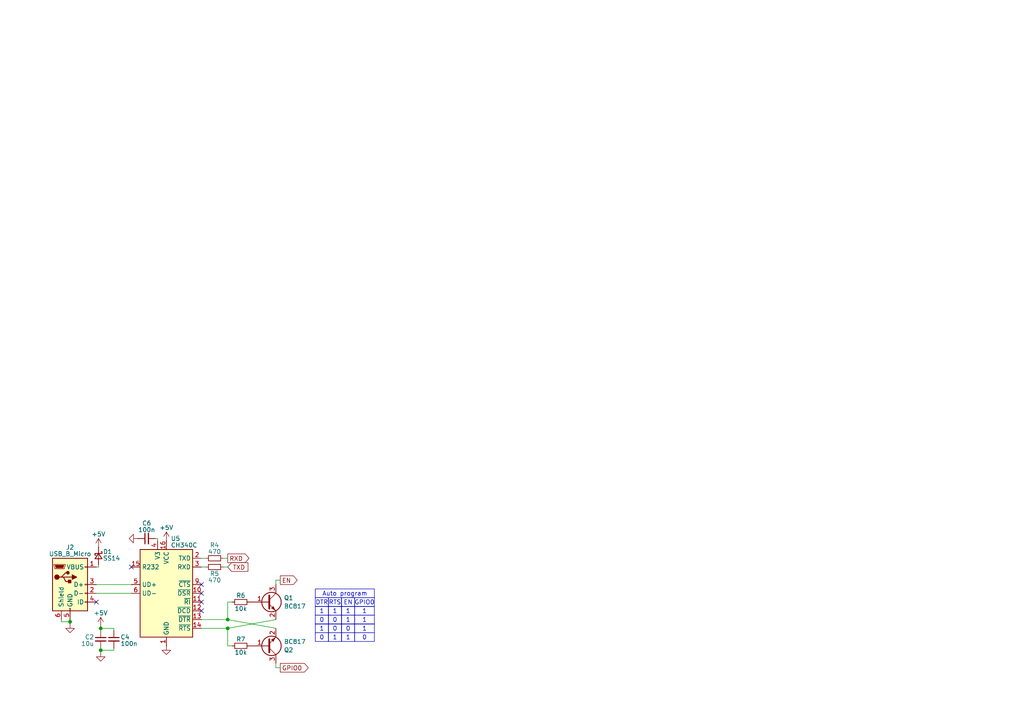
<source format=kicad_sch>
(kicad_sch (version 20250114) (generator "eeschema") (generator_version "9.0")
  (paper "A4")
  (lib_symbols
    (symbol "Connector:USB_B_Micro" (pin_names (offset 1.016))
      (property "Reference" "J" (at -5.08 11.43 0))
      (property "Value" "USB_B_Micro" (at -5.08 8.89 0))
      (symbol "USB_B_Micro_0_1"
        (rectangle (start -5.08 -7.62) (end 5.08 7.62) (stroke (width 0.254)) (fill (type background)))
        (polyline (pts (xy -4.699 5.842) (xy -4.699 5.588) (xy -4.445 4.826) (xy -4.445 4.572) (xy -1.651 4.572) (xy -1.651 4.826) (xy -1.397 5.588) (xy -1.397 5.842) (xy -4.699 5.842)))
        (polyline (pts (xy -4.318 5.588) (xy -1.778 5.588) (xy -2.032 4.826) (xy -4.064 4.826) (xy -4.318 5.588)) (fill (type outline)))
        (circle (center -3.81 2.159) (radius 0.635) (stroke (width 0.254)) (fill (type outline)))
        (polyline (pts (xy -3.175 2.159) (xy -2.54 2.159) (xy -1.27 3.429) (xy -0.635 3.429)) (stroke (width 0.254)))
        (polyline (pts (xy -2.54 2.159) (xy -1.905 2.159) (xy -1.27 0.889) (xy 0 0.889)) (stroke (width 0.254)))
        (polyline (pts (xy -1.905 2.159) (xy 0.635 2.159)) (stroke (width 0.254)))
        (circle (center -0.635 3.429) (radius 0.381) (stroke (width 0.254)) (fill (type outline)))
        (rectangle (start -0.127 -7.62) (end 0.127 -6.858))
        (rectangle (start 0.254 1.27) (end -0.508 0.508) (stroke (width 0.254)) (fill (type outline)))
        (polyline (pts (xy 0.635 2.794) (xy 0.635 1.524) (xy 1.905 2.159) (xy 0.635 2.794)) (stroke (width 0.254)) (fill (type outline)))
        (rectangle (start 5.08 4.953) (end 4.318 5.207))
        (rectangle (start 5.08 -0.127) (end 4.318 0.127))
        (rectangle (start 5.08 -2.667) (end 4.318 -2.413))
        (rectangle (start 5.08 -5.207) (end 4.318 -4.953))
      )
      (symbol "USB_B_Micro_1_1"
        (pin passive line (at -2.54 -10.16 90) (length 2.54) (name "Shield") (number "6"))
        (pin power_out line (at 0 -10.16 90) (length 2.54) (name "GND") (number "5"))
        (pin power_out line (at 7.62 5.08 180) (length 2.54) (name "VBUS") (number "1"))
        (pin bidirectional line (at 7.62 0 180) (length 2.54) (name "D+") (number "3"))
        (pin bidirectional line (at 7.62 -2.54 180) (length 2.54) (name "D-") (number "2"))
        (pin passive line (at 7.62 -5.08 180) (length 2.54) (name "ID") (number "4"))
      )
    )
    (symbol "Device:C_Small" (pin_numbers (hide yes)) (pin_names (offset 0.254) (hide yes))
      (property "Reference" "C" (at 0.254 1.778 0))
      (property "Value" "C_Small" (at 0.254 -2.032 0))
      (symbol "C_Small_0_1"
        (polyline (pts (xy -1.524 0.508) (xy 1.524 0.508)) (stroke (width 0.3048)))
        (polyline (pts (xy -1.524 -0.508) (xy 1.524 -0.508)) (stroke (width 0.3302)))
      )
      (symbol "C_Small_1_1"
        (pin passive line (at 0 2.54 270) (length 2.032) (name "~") (number "1"))
        (pin passive line (at 0 -2.54 90) (length 2.032) (name "~") (number "2"))
      )
    )
    (symbol "Device:D_Schottky_Small" (pin_numbers (hide yes)) (pin_names (offset 0.254) (hide yes))
      (property "Reference" "D" (at -1.27 2.032 0))
      (property "Value" "D_Schottky_Small" (at -7.112 -2.032 0))
      (symbol "D_Schottky_Small_0_1"
        (polyline (pts (xy -1.27 0.762) (xy -1.27 1.016) (xy -0.762 1.016) (xy -0.762 -1.016) (xy -0.254 -1.016) (xy -0.254 -0.762)) (stroke (width 0.254)))
        (polyline (pts (xy -0.762 0) (xy 0.762 0)))
        (polyline (pts (xy 0.762 -1.016) (xy -0.762 0) (xy 0.762 1.016) (xy 0.762 -1.016)) (stroke (width 0.254)))
      )
      (symbol "D_Schottky_Small_1_1"
        (pin passive line (at -2.54 0 0) (length 1.778) (name "K") (number "1"))
        (pin passive line (at 2.54 0 180) (length 1.778) (name "A") (number "2"))
      )
    )
    (symbol "Device:R_Small" (pin_numbers (hide yes)) (pin_names (offset 0.254) (hide yes))
      (property "Reference" "R" (at 0.762 0.508 0))
      (property "Value" "R_Small" (at 0.762 -1.016 0))
      (symbol "R_Small_0_1"
        (rectangle (start -0.762 1.778) (end 0.762 -1.778) (stroke (width 0.2032)))
      )
      (symbol "R_Small_1_1"
        (pin passive line (at 0 2.54 270) (length 0.762) (name "~") (number "1"))
        (pin passive line (at 0 -2.54 90) (length 0.762) (name "~") (number "2"))
      )
    )
    (symbol "Interface_USB:CH340C"
      (property "Reference" "U" (at -5.08 13.97 0))
      (property "Value" "CH340C" (at 1.27 13.97 0))
      (symbol "CH340C_0_1"
        (rectangle (start -7.62 12.7) (end 7.62 -12.7) (stroke (width 0.254)) (fill (type background)))
      )
      (symbol "CH340C_1_1"
        (pin input line (at -10.16 7.62 0) (length 2.54) (name "R232") (number "15"))
        (pin bidirectional line (at -10.16 2.54 0) (length 2.54) (name "UD+") (number "5"))
        (pin bidirectional line (at -10.16 0 0) (length 2.54) (name "UD-") (number "6"))
        (pin no_connect line (at -7.62 -7.62 0) (length 2.54) (hide yes) (name "NC") (number "7"))
        (pin no_connect line (at -7.62 -10.16 0) (length 2.54) (hide yes) (name "NC") (number "8"))
        (pin passive line (at -2.54 15.24 270) (length 2.54) (name "V3") (number "4"))
        (pin power_in line (at 0 15.24 270) (length 2.54) (name "VCC") (number "16"))
        (pin power_in line (at 0 -15.24 90) (length 2.54) (name "GND") (number "1"))
        (pin output line (at 10.16 10.16 180) (length 2.54) (name "TXD") (number "2"))
        (pin input line (at 10.16 7.62 180) (length 2.54) (name "RXD") (number "3"))
        (pin input line (at 10.16 2.54 180) (length 2.54) (name "~{CTS}") (number "9"))
        (pin input line (at 10.16 0 180) (length 2.54) (name "~{DSR}") (number "10"))
        (pin input line (at 10.16 -2.54 180) (length 2.54) (name "~{RI}") (number "11"))
        (pin input line (at 10.16 -5.08 180) (length 2.54) (name "~{DCD}") (number "12"))
        (pin output line (at 10.16 -7.62 180) (length 2.54) (name "~{DTR}") (number "13"))
        (pin output line (at 10.16 -10.16 180) (length 2.54) (name "~{RTS}") (number "14"))
      )
    )
    (symbol "Transistor_BJT:BC817" (pin_names (offset 0) (hide yes))
      (property "Reference" "Q" (at 5.08 1.905 0))
      (property "Value" "BC817" (at 5.08 0 0))
      (symbol "BC817_0_1"
        (polyline (pts (xy 0.635 1.905) (xy 0.635 -1.905) (xy 0.635 -1.905)) (stroke (width 0.508)))
        (polyline (pts (xy 0.635 0.635) (xy 2.54 2.54)))
        (polyline (pts (xy 0.635 -0.635) (xy 2.54 -2.54) (xy 2.54 -2.54)))
        (circle (center 1.27 0) (radius 2.8194) (stroke (width 0.254)))
        (polyline (pts (xy 1.27 -1.778) (xy 1.778 -1.27) (xy 2.286 -2.286) (xy 1.27 -1.778) (xy 1.27 -1.778)) (fill (type outline)))
      )
      (symbol "BC817_1_1"
        (pin input line (at -5.08 0 0) (length 5.715) (name "B") (number "1"))
        (pin passive line (at 2.54 5.08 270) (length 2.54) (name "C") (number "3"))
        (pin passive line (at 2.54 -5.08 90) (length 2.54) (name "E") (number "2"))
      )
    )
    (symbol "power:+5V" (power) (pin_numbers (hide yes)) (pin_names (offset 0) (hide yes))
      (property "Value" "+5V" (at 0 3.556 0))
      (symbol "+5V_0_1"
        (polyline (pts (xy -0.762 1.27) (xy 0 2.54)))
        (polyline (pts (xy 0 2.54) (xy 0.762 1.27)))
        (polyline (pts (xy 0 0) (xy 0 2.54)))
      )
      (symbol "+5V_1_1"
        (pin power_in line (at 0 0 90) (length 0) (name "~") (number "1"))
      )
    )
    (symbol "power:GND" (power) (pin_numbers (hide yes)) (pin_names (offset 0) (hide yes))
      (property "Value" "GND" (at 0 -3.81 0))
      (symbol "GND_0_1"
        (polyline (pts (xy 0 0) (xy 0 -1.27) (xy 1.27 -1.27) (xy 0 -2.54) (xy -1.27 -1.27) (xy 0 -1.27)))
      )
      (symbol "GND_1_1"
        (pin power_in line (at 0 0 270) (length 0) (name "~") (number "1"))
      )
    )
  )
  (text_box "0" (at 99.06 180.975 0) (size 3.81 2.54) (margins 0.9525 0.9525 0.9525 0.9525) (effects (font (size 1.27 1.27))))
  (text_box "EN" (at 99.06 173.355 0) (size 3.81 2.54) (margins 0.9525 0.9525 0.9525 0.9525) (effects (font (size 1.27 1.27))))
  (text_box "1" (at 99.06 175.895 0) (size 3.81 2.54) (margins 0.9525 0.9525 0.9525 0.9525) (effects (font (size 1.27 1.27))))
  (text_box "Auto program" (at 91.44 170.815 0) (size 17.145 2.54) (margins 0.9525 0.9525 0.9525 0.9525) (effects (font (size 1.27 1.27))))
  (text_box "1" (at 102.87 178.435 0) (size 5.715 2.54) (margins 0.9525 0.9525 0.9525 0.9525) (effects (font (size 1.27 1.27))))
  (text_box "0" (at 91.44 178.435 0) (size 3.81 2.54) (margins 0.9525 0.9525 0.9525 0.9525) (effects (font (size 1.27 1.27))))
  (text_box "DTR" (at 91.44 173.355 0) (size 3.81 2.54) (margins 0.9525 0.9525 0.9525 0.9525) (effects (font (size 1.27 1.27))))
  (text_box "0" (at 95.25 180.975 0) (size 3.81 2.54) (margins 0.9525 0.9525 0.9525 0.9525) (effects (font (size 1.27 1.27))))
  (text_box "GPIO0" (at 102.87 173.355 0) (size 5.715 2.54) (margins 0.9525 0.9525 0.9525 0.9525) (effects (font (size 1.27 1.27))))
  (text_box "0" (at 102.87 183.515 0) (size 5.715 2.54) (margins 0.9525 0.9525 0.9525 0.9525) (effects (font (size 1.27 1.27))))
  (text_box "1" (at 95.25 183.515 0) (size 3.81 2.54) (margins 0.9525 0.9525 0.9525 0.9525) (effects (font (size 1.27 1.27))))
  (text_box "1" (at 99.06 183.515 0) (size 3.81 2.54) (margins 0.9525 0.9525 0.9525 0.9525) (effects (font (size 1.27 1.27))))
  (text_box "1" (at 95.25 175.895 0) (size 3.81 2.54) (margins 0.9525 0.9525 0.9525 0.9525) (effects (font (size 1.27 1.27))))
  (text_box "1" (at 99.06 178.435 0) (size 3.81 2.54) (margins 0.9525 0.9525 0.9525 0.9525) (effects (font (size 1.27 1.27))))
  (text_box "1" (at 102.87 180.975 0) (size 5.715 2.54) (margins 0.9525 0.9525 0.9525 0.9525) (effects (font (size 1.27 1.27))))
  (text_box "1" (at 91.44 175.895 0) (size 3.81 2.54) (margins 0.9525 0.9525 0.9525 0.9525) (effects (font (size 1.27 1.27))))
  (text_box "0" (at 95.25 178.435 0) (size 3.81 2.54) (margins 0.9525 0.9525 0.9525 0.9525) (effects (font (size 1.27 1.27))))
  (text_box "1" (at 91.44 180.975 0) (size 3.81 2.54) (margins 0.9525 0.9525 0.9525 0.9525) (effects (font (size 1.27 1.27))))
  (text_box "RTS" (at 95.25 173.355 0) (size 3.81 2.54) (margins 0.9525 0.9525 0.9525 0.9525) (effects (font (size 1.27 1.27))))
  (text_box "0" (at 91.44 183.515 0) (size 3.81 2.54) (margins 0.9525 0.9525 0.9525 0.9525) (effects (font (size 1.27 1.27))))
  (text_box "1" (at 102.87 175.895 0) (size 5.715 2.54) (margins 0.9525 0.9525 0.9525 0.9525) (effects (font (size 1.27 1.27))))
  (junction (at 29.21 182.245))
  (junction (at 66.04 182.245))
  (junction (at 66.04 179.705))
  (junction (at 20.32 180.34))
  (junction (at 29.21 188.595))
  (no_connect (at 38.1 164.465))
  (no_connect (at 58.42 172.085))
  (no_connect (at 58.42 169.545))
  (no_connect (at 58.42 174.625))
  (no_connect (at 27.94 174.625))
  (no_connect (at 58.42 177.165))
  (wire (pts (xy 58.42 161.925) (xy 59.69 161.925)))
  (wire (pts (xy 29.21 189.23) (xy 29.21 188.595)))
  (wire (pts (xy 80.01 179.705) (xy 66.04 182.245)))
  (wire (pts (xy 66.04 174.625) (xy 67.31 174.625)))
  (wire (pts (xy 66.04 187.325) (xy 67.31 187.325)))
  (wire (pts (xy 45.72 156.845) (xy 45.72 156.21)))
  (wire (pts (xy 58.42 182.245) (xy 66.04 182.245)))
  (wire (pts (xy 27.94 164.465) (xy 28.575 164.465)))
  (wire (pts (xy 27.94 172.085) (xy 38.1 172.085)))
  (wire (pts (xy 17.78 179.705) (xy 17.78 180.34)))
  (wire (pts (xy 45.72 156.21) (xy 45.085 156.21)))
  (wire (pts (xy 17.78 180.34) (xy 20.32 180.34)))
  (wire (pts (xy 80.01 193.675) (xy 80.01 192.405)))
  (wire (pts (xy 80.01 168.275) (xy 80.01 169.545)))
  (wire (pts (xy 58.42 179.705) (xy 66.04 179.705)))
  (wire (pts (xy 33.02 188.595) (xy 29.21 188.595)))
  (wire (pts (xy 66.04 182.245) (xy 66.04 187.325)))
  (wire (pts (xy 20.32 180.34) (xy 20.32 180.975)))
  (wire (pts (xy 58.42 164.465) (xy 59.69 164.465)))
  (wire (pts (xy 29.21 182.245) (xy 29.21 182.88)))
  (wire (pts (xy 81.28 193.675) (xy 80.01 193.675)))
  (wire (pts (xy 29.21 188.595) (xy 29.21 187.96)))
  (wire (pts (xy 33.02 187.96) (xy 33.02 188.595)))
  (wire (pts (xy 33.02 182.245) (xy 29.21 182.245)))
  (wire (pts (xy 66.04 161.925) (xy 64.77 161.925)))
  (wire (pts (xy 27.94 169.545) (xy 38.1 169.545)))
  (wire (pts (xy 33.02 182.88) (xy 33.02 182.245)))
  (wire (pts (xy 29.21 181.61) (xy 29.21 182.245)))
  (wire (pts (xy 66.04 164.465) (xy 64.77 164.465)))
  (wire (pts (xy 20.32 179.705) (xy 20.32 180.34)))
  (wire (pts (xy 80.01 182.245) (xy 66.04 179.705)))
  (wire (pts (xy 81.28 168.275) (xy 80.01 168.275)))
  (wire (pts (xy 66.04 179.705) (xy 66.04 174.625)))
  (wire (pts (xy 28.575 164.465) (xy 28.575 163.83)))
  (global_label "RXD" (shape output) (at 66.04 161.925 0) (property "Intersheetrefs" "${INTERSHEET_REFS}" (effects (hide yes))))
  (global_label "EN" (shape output) (at 81.28 168.275 0) (property "Intersheetrefs" "${INTERSHEET_REFS}" (effects (hide yes))))
  (global_label "TXD" (shape input) (at 66.04 164.465 0) (property "Intersheetrefs" "${INTERSHEET_REFS}" (effects (hide yes))))
  (global_label "GPIO0" (shape output) (at 81.28 193.675 0) (property "Intersheetrefs" "${INTERSHEET_REFS}" (effects (hide yes))))
  (symbol (lib_id "Device:R_Small") (at 69.85 187.325 90) (unit 1)
    (property "Reference" "R7" (at 69.85 185.42 90))
    (property "Value" "10k" (at 69.85 189.23 90))
    (property "Footprint" "Resistor_SMD:R_0805_2012Metric" (effects (hide yes)))
  )
  (symbol (lib_id "power:+5V") (at 28.575 158.75 0) (unit 1)
    (property "Reference" "#PWR07" (effects (hide yes)))
    (property "Value" "+5V" (at 28.575 154.94 0))
  )
  (symbol (lib_id "Device:R_Small") (at 62.23 161.925 90) (unit 1)
    (property "Reference" "R4" (at 62.23 158.115 90))
    (property "Value" "470" (at 62.23 160.02 90))
    (property "Footprint" "Resistor_SMD:R_0805_2012Metric" (effects (hide yes)))
  )
  (symbol (lib_id "power:+5V") (at 29.21 181.61 0) (unit 1)
    (property "Reference" "#PWR06" (effects (hide yes)))
    (property "Value" "+5V" (at 29.21 177.8 0))
  )
  (symbol (lib_id "Device:R_Small") (at 69.85 174.625 90) (unit 1)
    (property "Reference" "R6" (at 69.85 172.72 90))
    (property "Value" "10k" (at 69.85 176.53 90))
    (property "Footprint" "Resistor_SMD:R_0805_2012Metric" (effects (hide yes)))
  )
  (symbol (lib_id "Device:R_Small") (at 62.23 164.465 90) (mirror x) (unit 1)
    (property "Reference" "R5" (at 62.23 166.37 90))
    (property "Value" "470" (at 62.23 168.275 90))
    (property "Footprint" "Resistor_SMD:R_0805_2012Metric" (effects (hide yes)))
  )
  (symbol (lib_id "Device:C_Small") (at 42.545 156.21 90) (unit 1)
    (property "Reference" "C6" (at 42.545 151.765 90))
    (property "Value" "100n" (at 42.545 153.67 90))
    (property "Footprint" "Capacitor_SMD:C_0805_2012Metric" (effects (hide yes)))
  )
  (symbol (lib_id "Transistor_BJT:BC817") (at 77.47 187.325 0) (mirror x) (unit 1)
    (property "Reference" "Q2" (at 82.3214 188.5371 0) (effects (justify left)))
    (property "Value" "BC817" (at 82.3214 186.1129 0) (effects (justify left)))
    (property "Footprint" "Package_TO_SOT_SMD:SOT-23" (effects (hide yes)))
    (property "Datasheet" "https://www.onsemi.com/pub/Collateral/BC818-D.pdf" (effects (hide yes)))
  )
  (symbol (lib_id "Device:D_Schottky_Small") (at 28.575 161.29 270) (unit 1)
    (property "Reference" "D1" (at 29.845 160.02 90) (effects (justify left)))
    (property "Value" "SS14" (at 29.845 161.925 90) (effects (justify left)))
    (property "Footprint" "Diode_SMD:D_SMB" (effects (hide yes)))
  )
  (symbol (lib_id "power:GND") (at 29.21 189.23 0) (unit 1)
    (property "Reference" "#PWR049" (effects (hide yes)))
    (property "Value" "GND" (effects (hide yes)))
  )
  (symbol (lib_id "Device:C_Small") (at 33.02 185.42 0) (unit 1)
    (property "Reference" "C4" (at 34.925 184.785 0) (effects (justify left)))
    (property "Value" "100n" (at 34.925 186.69 0) (effects (justify left)))
    (property "Footprint" "Capacitor_SMD:C_0805_2012Metric" (effects (hide yes)))
  )
  (symbol (lib_id "power:GND") (at 48.26 187.325 0) (unit 1)
    (property "Reference" "#PWR016" (effects (hide yes)))
    (property "Value" "GND" (effects (hide yes)))
  )
  (symbol (lib_id "Connector:USB_B_Micro") (at 20.32 169.545 0) (unit 1)
    (property "Reference" "J2" (at 20.32 158.75 0))
    (property "Value" "USB_B_Micro" (at 20.32 160.655 0))
    (property "Footprint" "my_additions:USB_Micro-B_Vertical" (effects (hide yes)))
  )
  (symbol (lib_id "power:+5V") (at 48.26 156.845 0) (unit 1)
    (property "Reference" "#PWR015" (effects (hide yes)))
    (property "Value" "+5V" (at 48.26 153.035 0))
  )
  (symbol (lib_id "Transistor_BJT:BC817") (at 77.47 174.625 0) (unit 1)
    (property "Reference" "Q1" (at 82.3214 173.4129 0) (effects (justify left)))
    (property "Value" "BC817" (at 82.3214 175.8371 0) (effects (justify left)))
    (property "Footprint" "Package_TO_SOT_SMD:SOT-23" (effects (hide yes)))
    (property "Datasheet" "https://www.onsemi.com/pub/Collateral/BC818-D.pdf" (effects (hide yes)))
  )
  (symbol (lib_id "power:GND") (at 40.005 156.21 270) (unit 1)
    (property "Reference" "#PWR010" (effects (hide yes)))
    (property "Value" "GND" (effects (hide yes)))
  )
  (symbol (lib_id "power:GND") (at 20.32 180.975 0) (unit 1)
    (property "Reference" "#PWR050" (effects (hide yes)))
    (property "Value" "GND" (effects (hide yes)))
  )
  (symbol (lib_id "Interface_USB:CH340C") (at 48.26 172.085 0) (unit 1)
    (property "Reference" "U5" (at 49.53 156.21 0) (effects (justify left)))
    (property "Value" "CH340C" (at 49.53 158.115 0) (effects (justify left)))
    (property "Footprint" "Package_SO:SOIC-16_3.9x9.9mm_P1.27mm" (effects (hide yes)))
    (property "Datasheet" "https://datasheet.lcsc.com/szlcsc/Jiangsu-Qin-Heng-CH340C_C84681.pdf" (effects (hide yes)))
  )
  (symbol (lib_id "Device:C_Small") (at 29.21 185.42 0) (mirror y) (unit 1)
    (property "Reference" "C2" (at 27.305 184.785 0) (effects (justify left)))
    (property "Value" "10u" (at 27.305 186.69 0) (effects (justify left)))
    (property "Footprint" "Capacitor_SMD:C_0805_2012Metric" (effects (hide yes)))
  )
)
</source>
